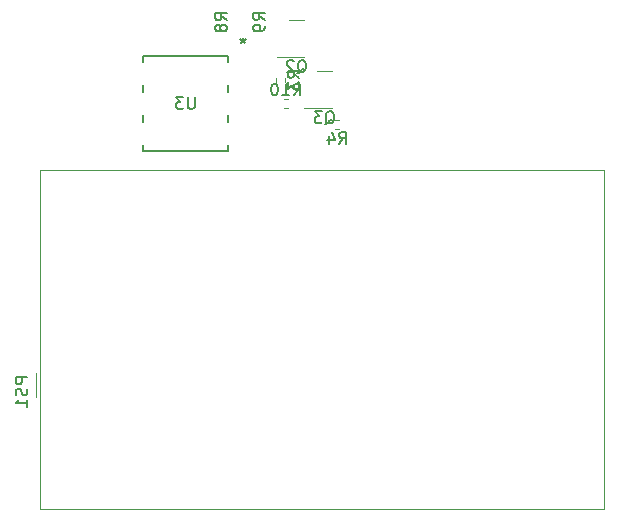
<source format=gbr>
%TF.GenerationSoftware,KiCad,Pcbnew,7.0.10*%
%TF.CreationDate,2024-01-17T02:44:35+05:30*%
%TF.ProjectId,open_src,6f70656e-5f73-4726-932e-6b696361645f,rev?*%
%TF.SameCoordinates,Original*%
%TF.FileFunction,Legend,Bot*%
%TF.FilePolarity,Positive*%
%FSLAX46Y46*%
G04 Gerber Fmt 4.6, Leading zero omitted, Abs format (unit mm)*
G04 Created by KiCad (PCBNEW 7.0.10) date 2024-01-17 02:44:35*
%MOMM*%
%LPD*%
G01*
G04 APERTURE LIST*
%ADD10C,0.150000*%
%ADD11C,0.152400*%
%ADD12C,0.120000*%
G04 APERTURE END LIST*
D10*
X155311904Y-100784819D02*
X155311904Y-101594342D01*
X155311904Y-101594342D02*
X155264285Y-101689580D01*
X155264285Y-101689580D02*
X155216666Y-101737200D01*
X155216666Y-101737200D02*
X155121428Y-101784819D01*
X155121428Y-101784819D02*
X154930952Y-101784819D01*
X154930952Y-101784819D02*
X154835714Y-101737200D01*
X154835714Y-101737200D02*
X154788095Y-101689580D01*
X154788095Y-101689580D02*
X154740476Y-101594342D01*
X154740476Y-101594342D02*
X154740476Y-100784819D01*
X154359523Y-100784819D02*
X153740476Y-100784819D01*
X153740476Y-100784819D02*
X154073809Y-101165771D01*
X154073809Y-101165771D02*
X153930952Y-101165771D01*
X153930952Y-101165771D02*
X153835714Y-101213390D01*
X153835714Y-101213390D02*
X153788095Y-101261009D01*
X153788095Y-101261009D02*
X153740476Y-101356247D01*
X153740476Y-101356247D02*
X153740476Y-101594342D01*
X153740476Y-101594342D02*
X153788095Y-101689580D01*
X153788095Y-101689580D02*
X153835714Y-101737200D01*
X153835714Y-101737200D02*
X153930952Y-101784819D01*
X153930952Y-101784819D02*
X154216666Y-101784819D01*
X154216666Y-101784819D02*
X154311904Y-101737200D01*
X154311904Y-101737200D02*
X154359523Y-101689580D01*
X159414099Y-95755619D02*
X159414099Y-95993714D01*
X159652194Y-95898476D02*
X159414099Y-95993714D01*
X159414099Y-95993714D02*
X159176004Y-95898476D01*
X159556956Y-96184190D02*
X159414099Y-95993714D01*
X159414099Y-95993714D02*
X159271242Y-96184190D01*
X159414099Y-95755619D02*
X159414099Y-95993714D01*
X159652194Y-95898476D02*
X159414099Y-95993714D01*
X159414099Y-95993714D02*
X159176004Y-95898476D01*
X159556956Y-96184190D02*
X159414099Y-95993714D01*
X159414099Y-95993714D02*
X159271242Y-96184190D01*
X163710857Y-100630819D02*
X164044190Y-100154628D01*
X164282285Y-100630819D02*
X164282285Y-99630819D01*
X164282285Y-99630819D02*
X163901333Y-99630819D01*
X163901333Y-99630819D02*
X163806095Y-99678438D01*
X163806095Y-99678438D02*
X163758476Y-99726057D01*
X163758476Y-99726057D02*
X163710857Y-99821295D01*
X163710857Y-99821295D02*
X163710857Y-99964152D01*
X163710857Y-99964152D02*
X163758476Y-100059390D01*
X163758476Y-100059390D02*
X163806095Y-100107009D01*
X163806095Y-100107009D02*
X163901333Y-100154628D01*
X163901333Y-100154628D02*
X164282285Y-100154628D01*
X162758476Y-100630819D02*
X163329904Y-100630819D01*
X163044190Y-100630819D02*
X163044190Y-99630819D01*
X163044190Y-99630819D02*
X163139428Y-99773676D01*
X163139428Y-99773676D02*
X163234666Y-99868914D01*
X163234666Y-99868914D02*
X163329904Y-99916533D01*
X162139428Y-99630819D02*
X162044190Y-99630819D01*
X162044190Y-99630819D02*
X161948952Y-99678438D01*
X161948952Y-99678438D02*
X161901333Y-99726057D01*
X161901333Y-99726057D02*
X161853714Y-99821295D01*
X161853714Y-99821295D02*
X161806095Y-100011771D01*
X161806095Y-100011771D02*
X161806095Y-100249866D01*
X161806095Y-100249866D02*
X161853714Y-100440342D01*
X161853714Y-100440342D02*
X161901333Y-100535580D01*
X161901333Y-100535580D02*
X161948952Y-100583200D01*
X161948952Y-100583200D02*
X162044190Y-100630819D01*
X162044190Y-100630819D02*
X162139428Y-100630819D01*
X162139428Y-100630819D02*
X162234666Y-100583200D01*
X162234666Y-100583200D02*
X162282285Y-100535580D01*
X162282285Y-100535580D02*
X162329904Y-100440342D01*
X162329904Y-100440342D02*
X162377523Y-100249866D01*
X162377523Y-100249866D02*
X162377523Y-100011771D01*
X162377523Y-100011771D02*
X162329904Y-99821295D01*
X162329904Y-99821295D02*
X162282285Y-99726057D01*
X162282285Y-99726057D02*
X162234666Y-99678438D01*
X162234666Y-99678438D02*
X162139428Y-99630819D01*
X161270819Y-94255333D02*
X160794628Y-93922000D01*
X161270819Y-93683905D02*
X160270819Y-93683905D01*
X160270819Y-93683905D02*
X160270819Y-94064857D01*
X160270819Y-94064857D02*
X160318438Y-94160095D01*
X160318438Y-94160095D02*
X160366057Y-94207714D01*
X160366057Y-94207714D02*
X160461295Y-94255333D01*
X160461295Y-94255333D02*
X160604152Y-94255333D01*
X160604152Y-94255333D02*
X160699390Y-94207714D01*
X160699390Y-94207714D02*
X160747009Y-94160095D01*
X160747009Y-94160095D02*
X160794628Y-94064857D01*
X160794628Y-94064857D02*
X160794628Y-93683905D01*
X161270819Y-94731524D02*
X161270819Y-94922000D01*
X161270819Y-94922000D02*
X161223200Y-95017238D01*
X161223200Y-95017238D02*
X161175580Y-95064857D01*
X161175580Y-95064857D02*
X161032723Y-95160095D01*
X161032723Y-95160095D02*
X160842247Y-95207714D01*
X160842247Y-95207714D02*
X160461295Y-95207714D01*
X160461295Y-95207714D02*
X160366057Y-95160095D01*
X160366057Y-95160095D02*
X160318438Y-95112476D01*
X160318438Y-95112476D02*
X160270819Y-95017238D01*
X160270819Y-95017238D02*
X160270819Y-94826762D01*
X160270819Y-94826762D02*
X160318438Y-94731524D01*
X160318438Y-94731524D02*
X160366057Y-94683905D01*
X160366057Y-94683905D02*
X160461295Y-94636286D01*
X160461295Y-94636286D02*
X160699390Y-94636286D01*
X160699390Y-94636286D02*
X160794628Y-94683905D01*
X160794628Y-94683905D02*
X160842247Y-94731524D01*
X160842247Y-94731524D02*
X160889866Y-94826762D01*
X160889866Y-94826762D02*
X160889866Y-95017238D01*
X160889866Y-95017238D02*
X160842247Y-95112476D01*
X160842247Y-95112476D02*
X160794628Y-95160095D01*
X160794628Y-95160095D02*
X160699390Y-95207714D01*
X158060819Y-94265333D02*
X157584628Y-93932000D01*
X158060819Y-93693905D02*
X157060819Y-93693905D01*
X157060819Y-93693905D02*
X157060819Y-94074857D01*
X157060819Y-94074857D02*
X157108438Y-94170095D01*
X157108438Y-94170095D02*
X157156057Y-94217714D01*
X157156057Y-94217714D02*
X157251295Y-94265333D01*
X157251295Y-94265333D02*
X157394152Y-94265333D01*
X157394152Y-94265333D02*
X157489390Y-94217714D01*
X157489390Y-94217714D02*
X157537009Y-94170095D01*
X157537009Y-94170095D02*
X157584628Y-94074857D01*
X157584628Y-94074857D02*
X157584628Y-93693905D01*
X157489390Y-94836762D02*
X157441771Y-94741524D01*
X157441771Y-94741524D02*
X157394152Y-94693905D01*
X157394152Y-94693905D02*
X157298914Y-94646286D01*
X157298914Y-94646286D02*
X157251295Y-94646286D01*
X157251295Y-94646286D02*
X157156057Y-94693905D01*
X157156057Y-94693905D02*
X157108438Y-94741524D01*
X157108438Y-94741524D02*
X157060819Y-94836762D01*
X157060819Y-94836762D02*
X157060819Y-95027238D01*
X157060819Y-95027238D02*
X157108438Y-95122476D01*
X157108438Y-95122476D02*
X157156057Y-95170095D01*
X157156057Y-95170095D02*
X157251295Y-95217714D01*
X157251295Y-95217714D02*
X157298914Y-95217714D01*
X157298914Y-95217714D02*
X157394152Y-95170095D01*
X157394152Y-95170095D02*
X157441771Y-95122476D01*
X157441771Y-95122476D02*
X157489390Y-95027238D01*
X157489390Y-95027238D02*
X157489390Y-94836762D01*
X157489390Y-94836762D02*
X157537009Y-94741524D01*
X157537009Y-94741524D02*
X157584628Y-94693905D01*
X157584628Y-94693905D02*
X157679866Y-94646286D01*
X157679866Y-94646286D02*
X157870342Y-94646286D01*
X157870342Y-94646286D02*
X157965580Y-94693905D01*
X157965580Y-94693905D02*
X158013200Y-94741524D01*
X158013200Y-94741524D02*
X158060819Y-94836762D01*
X158060819Y-94836762D02*
X158060819Y-95027238D01*
X158060819Y-95027238D02*
X158013200Y-95122476D01*
X158013200Y-95122476D02*
X157965580Y-95170095D01*
X157965580Y-95170095D02*
X157870342Y-95217714D01*
X157870342Y-95217714D02*
X157679866Y-95217714D01*
X157679866Y-95217714D02*
X157584628Y-95170095D01*
X157584628Y-95170095D02*
X157537009Y-95122476D01*
X157537009Y-95122476D02*
X157489390Y-95027238D01*
X167552666Y-104748819D02*
X167885999Y-104272628D01*
X168124094Y-104748819D02*
X168124094Y-103748819D01*
X168124094Y-103748819D02*
X167743142Y-103748819D01*
X167743142Y-103748819D02*
X167647904Y-103796438D01*
X167647904Y-103796438D02*
X167600285Y-103844057D01*
X167600285Y-103844057D02*
X167552666Y-103939295D01*
X167552666Y-103939295D02*
X167552666Y-104082152D01*
X167552666Y-104082152D02*
X167600285Y-104177390D01*
X167600285Y-104177390D02*
X167647904Y-104225009D01*
X167647904Y-104225009D02*
X167743142Y-104272628D01*
X167743142Y-104272628D02*
X168124094Y-104272628D01*
X166695523Y-104082152D02*
X166695523Y-104748819D01*
X166933618Y-103701200D02*
X167171713Y-104415485D01*
X167171713Y-104415485D02*
X166552666Y-104415485D01*
X164184819Y-99143333D02*
X163708628Y-98810000D01*
X164184819Y-98571905D02*
X163184819Y-98571905D01*
X163184819Y-98571905D02*
X163184819Y-98952857D01*
X163184819Y-98952857D02*
X163232438Y-99048095D01*
X163232438Y-99048095D02*
X163280057Y-99095714D01*
X163280057Y-99095714D02*
X163375295Y-99143333D01*
X163375295Y-99143333D02*
X163518152Y-99143333D01*
X163518152Y-99143333D02*
X163613390Y-99095714D01*
X163613390Y-99095714D02*
X163661009Y-99048095D01*
X163661009Y-99048095D02*
X163708628Y-98952857D01*
X163708628Y-98952857D02*
X163708628Y-98571905D01*
X163184819Y-99476667D02*
X163184819Y-100095714D01*
X163184819Y-100095714D02*
X163565771Y-99762381D01*
X163565771Y-99762381D02*
X163565771Y-99905238D01*
X163565771Y-99905238D02*
X163613390Y-100000476D01*
X163613390Y-100000476D02*
X163661009Y-100048095D01*
X163661009Y-100048095D02*
X163756247Y-100095714D01*
X163756247Y-100095714D02*
X163994342Y-100095714D01*
X163994342Y-100095714D02*
X164089580Y-100048095D01*
X164089580Y-100048095D02*
X164137200Y-100000476D01*
X164137200Y-100000476D02*
X164184819Y-99905238D01*
X164184819Y-99905238D02*
X164184819Y-99619524D01*
X164184819Y-99619524D02*
X164137200Y-99524286D01*
X164137200Y-99524286D02*
X164089580Y-99476667D01*
X166386738Y-103092057D02*
X166481976Y-103044438D01*
X166481976Y-103044438D02*
X166577214Y-102949200D01*
X166577214Y-102949200D02*
X166720071Y-102806342D01*
X166720071Y-102806342D02*
X166815309Y-102758723D01*
X166815309Y-102758723D02*
X166910547Y-102758723D01*
X166862928Y-102996819D02*
X166958166Y-102949200D01*
X166958166Y-102949200D02*
X167053404Y-102853961D01*
X167053404Y-102853961D02*
X167101023Y-102663485D01*
X167101023Y-102663485D02*
X167101023Y-102330152D01*
X167101023Y-102330152D02*
X167053404Y-102139676D01*
X167053404Y-102139676D02*
X166958166Y-102044438D01*
X166958166Y-102044438D02*
X166862928Y-101996819D01*
X166862928Y-101996819D02*
X166672452Y-101996819D01*
X166672452Y-101996819D02*
X166577214Y-102044438D01*
X166577214Y-102044438D02*
X166481976Y-102139676D01*
X166481976Y-102139676D02*
X166434357Y-102330152D01*
X166434357Y-102330152D02*
X166434357Y-102663485D01*
X166434357Y-102663485D02*
X166481976Y-102853961D01*
X166481976Y-102853961D02*
X166577214Y-102949200D01*
X166577214Y-102949200D02*
X166672452Y-102996819D01*
X166672452Y-102996819D02*
X166862928Y-102996819D01*
X166101023Y-101996819D02*
X165481976Y-101996819D01*
X165481976Y-101996819D02*
X165815309Y-102377771D01*
X165815309Y-102377771D02*
X165672452Y-102377771D01*
X165672452Y-102377771D02*
X165577214Y-102425390D01*
X165577214Y-102425390D02*
X165529595Y-102473009D01*
X165529595Y-102473009D02*
X165481976Y-102568247D01*
X165481976Y-102568247D02*
X165481976Y-102806342D01*
X165481976Y-102806342D02*
X165529595Y-102901580D01*
X165529595Y-102901580D02*
X165577214Y-102949200D01*
X165577214Y-102949200D02*
X165672452Y-102996819D01*
X165672452Y-102996819D02*
X165958166Y-102996819D01*
X165958166Y-102996819D02*
X166053404Y-102949200D01*
X166053404Y-102949200D02*
X166101023Y-102901580D01*
X164025238Y-98750057D02*
X164120476Y-98702438D01*
X164120476Y-98702438D02*
X164215714Y-98607200D01*
X164215714Y-98607200D02*
X164358571Y-98464342D01*
X164358571Y-98464342D02*
X164453809Y-98416723D01*
X164453809Y-98416723D02*
X164549047Y-98416723D01*
X164501428Y-98654819D02*
X164596666Y-98607200D01*
X164596666Y-98607200D02*
X164691904Y-98511961D01*
X164691904Y-98511961D02*
X164739523Y-98321485D01*
X164739523Y-98321485D02*
X164739523Y-97988152D01*
X164739523Y-97988152D02*
X164691904Y-97797676D01*
X164691904Y-97797676D02*
X164596666Y-97702438D01*
X164596666Y-97702438D02*
X164501428Y-97654819D01*
X164501428Y-97654819D02*
X164310952Y-97654819D01*
X164310952Y-97654819D02*
X164215714Y-97702438D01*
X164215714Y-97702438D02*
X164120476Y-97797676D01*
X164120476Y-97797676D02*
X164072857Y-97988152D01*
X164072857Y-97988152D02*
X164072857Y-98321485D01*
X164072857Y-98321485D02*
X164120476Y-98511961D01*
X164120476Y-98511961D02*
X164215714Y-98607200D01*
X164215714Y-98607200D02*
X164310952Y-98654819D01*
X164310952Y-98654819D02*
X164501428Y-98654819D01*
X163691904Y-97750057D02*
X163644285Y-97702438D01*
X163644285Y-97702438D02*
X163549047Y-97654819D01*
X163549047Y-97654819D02*
X163310952Y-97654819D01*
X163310952Y-97654819D02*
X163215714Y-97702438D01*
X163215714Y-97702438D02*
X163168095Y-97750057D01*
X163168095Y-97750057D02*
X163120476Y-97845295D01*
X163120476Y-97845295D02*
X163120476Y-97940533D01*
X163120476Y-97940533D02*
X163168095Y-98083390D01*
X163168095Y-98083390D02*
X163739523Y-98654819D01*
X163739523Y-98654819D02*
X163120476Y-98654819D01*
X141164819Y-124515714D02*
X140164819Y-124515714D01*
X140164819Y-124515714D02*
X140164819Y-124896666D01*
X140164819Y-124896666D02*
X140212438Y-124991904D01*
X140212438Y-124991904D02*
X140260057Y-125039523D01*
X140260057Y-125039523D02*
X140355295Y-125087142D01*
X140355295Y-125087142D02*
X140498152Y-125087142D01*
X140498152Y-125087142D02*
X140593390Y-125039523D01*
X140593390Y-125039523D02*
X140641009Y-124991904D01*
X140641009Y-124991904D02*
X140688628Y-124896666D01*
X140688628Y-124896666D02*
X140688628Y-124515714D01*
X141117200Y-125468095D02*
X141164819Y-125610952D01*
X141164819Y-125610952D02*
X141164819Y-125849047D01*
X141164819Y-125849047D02*
X141117200Y-125944285D01*
X141117200Y-125944285D02*
X141069580Y-125991904D01*
X141069580Y-125991904D02*
X140974342Y-126039523D01*
X140974342Y-126039523D02*
X140879104Y-126039523D01*
X140879104Y-126039523D02*
X140783866Y-125991904D01*
X140783866Y-125991904D02*
X140736247Y-125944285D01*
X140736247Y-125944285D02*
X140688628Y-125849047D01*
X140688628Y-125849047D02*
X140641009Y-125658571D01*
X140641009Y-125658571D02*
X140593390Y-125563333D01*
X140593390Y-125563333D02*
X140545771Y-125515714D01*
X140545771Y-125515714D02*
X140450533Y-125468095D01*
X140450533Y-125468095D02*
X140355295Y-125468095D01*
X140355295Y-125468095D02*
X140260057Y-125515714D01*
X140260057Y-125515714D02*
X140212438Y-125563333D01*
X140212438Y-125563333D02*
X140164819Y-125658571D01*
X140164819Y-125658571D02*
X140164819Y-125896666D01*
X140164819Y-125896666D02*
X140212438Y-126039523D01*
X141164819Y-126991904D02*
X141164819Y-126420476D01*
X141164819Y-126706190D02*
X140164819Y-126706190D01*
X140164819Y-126706190D02*
X140307676Y-126610952D01*
X140307676Y-126610952D02*
X140402914Y-126515714D01*
X140402914Y-126515714D02*
X140450533Y-126420476D01*
D11*
%TO.C,U3*%
X158182200Y-105355900D02*
X150917800Y-105355900D01*
X150917800Y-105355900D02*
X150917800Y-104875840D01*
X150917800Y-97304100D02*
X158182200Y-97304100D01*
X158182200Y-97304100D02*
X158182200Y-97784160D01*
X158182200Y-99795840D02*
X158182200Y-100324160D01*
X158182200Y-102335840D02*
X158182200Y-102864160D01*
X158182200Y-104875840D02*
X158182200Y-105355900D01*
X150917800Y-102864160D02*
X150917800Y-102335840D01*
X150917800Y-100324160D02*
X150917800Y-99795840D01*
X150917800Y-97784160D02*
X150917800Y-97304100D01*
D12*
%TO.C,R10*%
X163221641Y-101726000D02*
X162914359Y-101726000D01*
X163221641Y-100966000D02*
X162914359Y-100966000D01*
%TO.C,R4*%
X167232359Y-103504000D02*
X167539641Y-103504000D01*
X167232359Y-102744000D02*
X167539641Y-102744000D01*
%TO.C,R3*%
X162180000Y-99463641D02*
X162180000Y-99156359D01*
X162940000Y-99463641D02*
X162940000Y-99156359D01*
%TO.C,Q3*%
X166291500Y-101702000D02*
X166941500Y-101702000D01*
X166291500Y-98582000D02*
X166941500Y-98582000D01*
X166291500Y-101702000D02*
X164616500Y-101702000D01*
X166291500Y-98582000D02*
X165641500Y-98582000D01*
%TO.C,Q2*%
X163930000Y-97360000D02*
X164580000Y-97360000D01*
X163930000Y-94240000D02*
X164580000Y-94240000D01*
X163930000Y-97360000D02*
X162255000Y-97360000D01*
X163930000Y-94240000D02*
X163280000Y-94240000D01*
%TO.C,PS1*%
X141860000Y-126180000D02*
X141860000Y-124170000D01*
X142240000Y-135640000D02*
X142240000Y-106920000D01*
X142250000Y-106920000D02*
X189960000Y-106920000D01*
X189960000Y-135640000D02*
X142250000Y-135640000D01*
X189960000Y-106920000D02*
X189960000Y-135640000D01*
%TD*%
M02*

</source>
